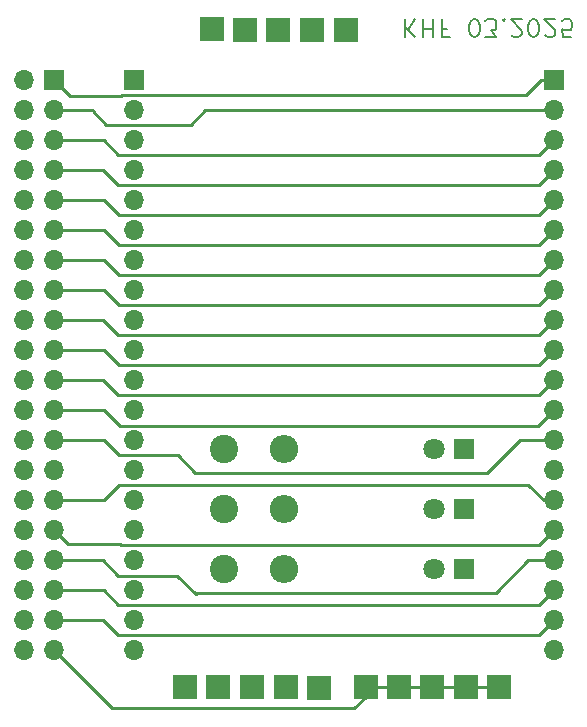
<source format=gbr>
%TF.GenerationSoftware,KiCad,Pcbnew,7.0.8*%
%TF.CreationDate,2025-03-02T05:57:02+01:00*%
%TF.ProjectId,Raspi-Connector,52617370-692d-4436-9f6e-6e6563746f72,rev?*%
%TF.SameCoordinates,Original*%
%TF.FileFunction,Copper,L2,Bot*%
%TF.FilePolarity,Positive*%
%FSLAX46Y46*%
G04 Gerber Fmt 4.6, Leading zero omitted, Abs format (unit mm)*
G04 Created by KiCad (PCBNEW 7.0.8) date 2025-03-02 05:57:02*
%MOMM*%
%LPD*%
G01*
G04 APERTURE LIST*
%ADD10C,0.150000*%
%TA.AperFunction,NonConductor*%
%ADD11C,0.150000*%
%TD*%
%TA.AperFunction,ComponentPad*%
%ADD12R,1.700000X1.700000*%
%TD*%
%TA.AperFunction,ComponentPad*%
%ADD13O,1.700000X1.700000*%
%TD*%
%TA.AperFunction,ComponentPad*%
%ADD14R,2.000000X2.000000*%
%TD*%
%TA.AperFunction,ComponentPad*%
%ADD15R,1.800000X1.800000*%
%TD*%
%TA.AperFunction,ComponentPad*%
%ADD16C,1.800000*%
%TD*%
%TA.AperFunction,ComponentPad*%
%ADD17C,2.400000*%
%TD*%
%TA.AperFunction,ComponentPad*%
%ADD18O,2.400000X2.400000*%
%TD*%
%TA.AperFunction,Conductor*%
%ADD19C,0.250000*%
%TD*%
G04 APERTURE END LIST*
D10*
D11*
X155827826Y-73135371D02*
X155827826Y-74635371D01*
X156684969Y-73135371D02*
X156042112Y-73992514D01*
X156684969Y-74635371D02*
X155827826Y-73778228D01*
X157327826Y-73135371D02*
X157327826Y-74635371D01*
X157327826Y-73921085D02*
X158184969Y-73921085D01*
X158184969Y-73135371D02*
X158184969Y-74635371D01*
X159399255Y-73921085D02*
X158899255Y-73921085D01*
X158899255Y-73135371D02*
X158899255Y-74635371D01*
X158899255Y-74635371D02*
X159613541Y-74635371D01*
X161613541Y-74635371D02*
X161756398Y-74635371D01*
X161756398Y-74635371D02*
X161899255Y-74563942D01*
X161899255Y-74563942D02*
X161970684Y-74492514D01*
X161970684Y-74492514D02*
X162042112Y-74349657D01*
X162042112Y-74349657D02*
X162113541Y-74063942D01*
X162113541Y-74063942D02*
X162113541Y-73706800D01*
X162113541Y-73706800D02*
X162042112Y-73421085D01*
X162042112Y-73421085D02*
X161970684Y-73278228D01*
X161970684Y-73278228D02*
X161899255Y-73206800D01*
X161899255Y-73206800D02*
X161756398Y-73135371D01*
X161756398Y-73135371D02*
X161613541Y-73135371D01*
X161613541Y-73135371D02*
X161470684Y-73206800D01*
X161470684Y-73206800D02*
X161399255Y-73278228D01*
X161399255Y-73278228D02*
X161327826Y-73421085D01*
X161327826Y-73421085D02*
X161256398Y-73706800D01*
X161256398Y-73706800D02*
X161256398Y-74063942D01*
X161256398Y-74063942D02*
X161327826Y-74349657D01*
X161327826Y-74349657D02*
X161399255Y-74492514D01*
X161399255Y-74492514D02*
X161470684Y-74563942D01*
X161470684Y-74563942D02*
X161613541Y-74635371D01*
X162613540Y-74635371D02*
X163542112Y-74635371D01*
X163542112Y-74635371D02*
X163042112Y-74063942D01*
X163042112Y-74063942D02*
X163256397Y-74063942D01*
X163256397Y-74063942D02*
X163399255Y-73992514D01*
X163399255Y-73992514D02*
X163470683Y-73921085D01*
X163470683Y-73921085D02*
X163542112Y-73778228D01*
X163542112Y-73778228D02*
X163542112Y-73421085D01*
X163542112Y-73421085D02*
X163470683Y-73278228D01*
X163470683Y-73278228D02*
X163399255Y-73206800D01*
X163399255Y-73206800D02*
X163256397Y-73135371D01*
X163256397Y-73135371D02*
X162827826Y-73135371D01*
X162827826Y-73135371D02*
X162684969Y-73206800D01*
X162684969Y-73206800D02*
X162613540Y-73278228D01*
X164184968Y-73278228D02*
X164256397Y-73206800D01*
X164256397Y-73206800D02*
X164184968Y-73135371D01*
X164184968Y-73135371D02*
X164113540Y-73206800D01*
X164113540Y-73206800D02*
X164184968Y-73278228D01*
X164184968Y-73278228D02*
X164184968Y-73135371D01*
X164827826Y-74492514D02*
X164899254Y-74563942D01*
X164899254Y-74563942D02*
X165042112Y-74635371D01*
X165042112Y-74635371D02*
X165399254Y-74635371D01*
X165399254Y-74635371D02*
X165542112Y-74563942D01*
X165542112Y-74563942D02*
X165613540Y-74492514D01*
X165613540Y-74492514D02*
X165684969Y-74349657D01*
X165684969Y-74349657D02*
X165684969Y-74206800D01*
X165684969Y-74206800D02*
X165613540Y-73992514D01*
X165613540Y-73992514D02*
X164756397Y-73135371D01*
X164756397Y-73135371D02*
X165684969Y-73135371D01*
X166613540Y-74635371D02*
X166756397Y-74635371D01*
X166756397Y-74635371D02*
X166899254Y-74563942D01*
X166899254Y-74563942D02*
X166970683Y-74492514D01*
X166970683Y-74492514D02*
X167042111Y-74349657D01*
X167042111Y-74349657D02*
X167113540Y-74063942D01*
X167113540Y-74063942D02*
X167113540Y-73706800D01*
X167113540Y-73706800D02*
X167042111Y-73421085D01*
X167042111Y-73421085D02*
X166970683Y-73278228D01*
X166970683Y-73278228D02*
X166899254Y-73206800D01*
X166899254Y-73206800D02*
X166756397Y-73135371D01*
X166756397Y-73135371D02*
X166613540Y-73135371D01*
X166613540Y-73135371D02*
X166470683Y-73206800D01*
X166470683Y-73206800D02*
X166399254Y-73278228D01*
X166399254Y-73278228D02*
X166327825Y-73421085D01*
X166327825Y-73421085D02*
X166256397Y-73706800D01*
X166256397Y-73706800D02*
X166256397Y-74063942D01*
X166256397Y-74063942D02*
X166327825Y-74349657D01*
X166327825Y-74349657D02*
X166399254Y-74492514D01*
X166399254Y-74492514D02*
X166470683Y-74563942D01*
X166470683Y-74563942D02*
X166613540Y-74635371D01*
X167684968Y-74492514D02*
X167756396Y-74563942D01*
X167756396Y-74563942D02*
X167899254Y-74635371D01*
X167899254Y-74635371D02*
X168256396Y-74635371D01*
X168256396Y-74635371D02*
X168399254Y-74563942D01*
X168399254Y-74563942D02*
X168470682Y-74492514D01*
X168470682Y-74492514D02*
X168542111Y-74349657D01*
X168542111Y-74349657D02*
X168542111Y-74206800D01*
X168542111Y-74206800D02*
X168470682Y-73992514D01*
X168470682Y-73992514D02*
X167613539Y-73135371D01*
X167613539Y-73135371D02*
X168542111Y-73135371D01*
X169899253Y-74635371D02*
X169184967Y-74635371D01*
X169184967Y-74635371D02*
X169113539Y-73921085D01*
X169113539Y-73921085D02*
X169184967Y-73992514D01*
X169184967Y-73992514D02*
X169327825Y-74063942D01*
X169327825Y-74063942D02*
X169684967Y-74063942D01*
X169684967Y-74063942D02*
X169827825Y-73992514D01*
X169827825Y-73992514D02*
X169899253Y-73921085D01*
X169899253Y-73921085D02*
X169970682Y-73778228D01*
X169970682Y-73778228D02*
X169970682Y-73421085D01*
X169970682Y-73421085D02*
X169899253Y-73278228D01*
X169899253Y-73278228D02*
X169827825Y-73206800D01*
X169827825Y-73206800D02*
X169684967Y-73135371D01*
X169684967Y-73135371D02*
X169327825Y-73135371D01*
X169327825Y-73135371D02*
X169184967Y-73206800D01*
X169184967Y-73206800D02*
X169113539Y-73278228D01*
D12*
%TO.P,J8,1,Pin_1*%
%TO.N,Net-(D1-K)*%
X132842000Y-78279000D03*
D13*
%TO.P,J8,2,Pin_2*%
%TO.N,Net-(J2-Pin_4)*%
X132842000Y-80819000D03*
%TO.P,J8,3,Pin_3*%
%TO.N,Net-(J2-Pin_6)*%
X132842000Y-83359000D03*
%TO.P,J8,4,Pin_4*%
%TO.N,Net-(J2-Pin_8)*%
X132842000Y-85899000D03*
%TO.P,J8,5,Pin_5*%
%TO.N,Net-(J2-Pin_10)*%
X132842000Y-88439000D03*
%TO.P,J8,6,Pin_6*%
%TO.N,Net-(J2-Pin_12)*%
X132842000Y-90979000D03*
%TO.P,J8,7,Pin_7*%
%TO.N,Net-(J2-Pin_14)*%
X132842000Y-93519000D03*
%TO.P,J8,8,Pin_8*%
%TO.N,Net-(J2-Pin_16)*%
X132842000Y-96059000D03*
%TO.P,J8,9,Pin_9*%
%TO.N,Net-(J2-Pin_18)*%
X132842000Y-98599000D03*
%TO.P,J8,10,Pin_10*%
%TO.N,Net-(J2-Pin_20)*%
X132842000Y-101139000D03*
%TO.P,J8,11,Pin_11*%
%TO.N,Net-(J2-Pin_22)*%
X132842000Y-103679000D03*
%TO.P,J8,12,Pin_12*%
%TO.N,Net-(J2-Pin_24)*%
X132842000Y-106219000D03*
%TO.P,J8,13,Pin_13*%
%TO.N,Net-(J2-Pin_26)*%
X132842000Y-108759000D03*
%TO.P,J8,14,Pin_14*%
%TO.N,Net-(J2-Pin_28)*%
X132842000Y-111299000D03*
%TO.P,J8,15,Pin_15*%
%TO.N,Net-(J2-Pin_30)*%
X132842000Y-113839000D03*
%TO.P,J8,16,Pin_16*%
%TO.N,Net-(J2-Pin_32)*%
X132842000Y-116379000D03*
%TO.P,J8,17,Pin_17*%
%TO.N,Net-(J2-Pin_34)*%
X132842000Y-118919000D03*
%TO.P,J8,18,Pin_18*%
%TO.N,Net-(J2-Pin_36)*%
X132842000Y-121459000D03*
%TO.P,J8,19,Pin_19*%
%TO.N,Net-(J2-Pin_38)*%
X132842000Y-123999000D03*
%TO.P,J8,20,Pin_20*%
%TO.N,Net-(J2-Pin_39)*%
X132842000Y-126539000D03*
%TD*%
D12*
%TO.P,J2,1,Pin_1*%
%TO.N,Net-(J2-Pin_1)*%
X126087000Y-78279000D03*
D13*
%TO.P,J2,2,Pin_2*%
%TO.N,Net-(D1-K)*%
X123547000Y-78279000D03*
%TO.P,J2,3,Pin_3*%
%TO.N,Net-(J2-Pin_3)*%
X126087000Y-80819000D03*
%TO.P,J2,4,Pin_4*%
%TO.N,Net-(J2-Pin_4)*%
X123547000Y-80819000D03*
%TO.P,J2,5,Pin_5*%
%TO.N,Net-(J2-Pin_5)*%
X126087000Y-83359000D03*
%TO.P,J2,6,Pin_6*%
%TO.N,Net-(J2-Pin_6)*%
X123547000Y-83359000D03*
%TO.P,J2,7,Pin_7*%
%TO.N,Net-(J2-Pin_7)*%
X126087000Y-85899000D03*
%TO.P,J2,8,Pin_8*%
%TO.N,Net-(J2-Pin_8)*%
X123547000Y-85899000D03*
%TO.P,J2,9,Pin_9*%
%TO.N,Net-(J2-Pin_9)*%
X126087000Y-88439000D03*
%TO.P,J2,10,Pin_10*%
%TO.N,Net-(J2-Pin_10)*%
X123547000Y-88439000D03*
%TO.P,J2,11,Pin_11*%
%TO.N,Net-(J2-Pin_11)*%
X126087000Y-90979000D03*
%TO.P,J2,12,Pin_12*%
%TO.N,Net-(J2-Pin_12)*%
X123547000Y-90979000D03*
%TO.P,J2,13,Pin_13*%
%TO.N,Net-(J2-Pin_13)*%
X126087000Y-93519000D03*
%TO.P,J2,14,Pin_14*%
%TO.N,Net-(J2-Pin_14)*%
X123547000Y-93519000D03*
%TO.P,J2,15,Pin_15*%
%TO.N,Net-(J2-Pin_15)*%
X126087000Y-96059000D03*
%TO.P,J2,16,Pin_16*%
%TO.N,Net-(J2-Pin_16)*%
X123547000Y-96059000D03*
%TO.P,J2,17,Pin_17*%
%TO.N,Net-(J2-Pin_17)*%
X126087000Y-98599000D03*
%TO.P,J2,18,Pin_18*%
%TO.N,Net-(J2-Pin_18)*%
X123547000Y-98599000D03*
%TO.P,J2,19,Pin_19*%
%TO.N,Net-(J2-Pin_19)*%
X126087000Y-101139000D03*
%TO.P,J2,20,Pin_20*%
%TO.N,Net-(J2-Pin_20)*%
X123547000Y-101139000D03*
%TO.P,J2,21,Pin_21*%
%TO.N,Net-(J2-Pin_21)*%
X126087000Y-103679000D03*
%TO.P,J2,22,Pin_22*%
%TO.N,Net-(J2-Pin_22)*%
X123547000Y-103679000D03*
%TO.P,J2,23,Pin_23*%
%TO.N,Net-(J2-Pin_23)*%
X126087000Y-106219000D03*
%TO.P,J2,24,Pin_24*%
%TO.N,Net-(J2-Pin_24)*%
X123547000Y-106219000D03*
%TO.P,J2,25,Pin_25*%
%TO.N,Net-(J2-Pin_25)*%
X126087000Y-108759000D03*
%TO.P,J2,26,Pin_26*%
%TO.N,Net-(J2-Pin_26)*%
X123547000Y-108759000D03*
%TO.P,J2,27,Pin_27*%
%TO.N,Net-(J2-Pin_27)*%
X126087000Y-111299000D03*
%TO.P,J2,28,Pin_28*%
%TO.N,Net-(J2-Pin_28)*%
X123547000Y-111299000D03*
%TO.P,J2,29,Pin_29*%
%TO.N,Net-(J2-Pin_29)*%
X126087000Y-113839000D03*
%TO.P,J2,30,Pin_30*%
%TO.N,Net-(J2-Pin_30)*%
X123547000Y-113839000D03*
%TO.P,J2,31,Pin_31*%
%TO.N,Net-(J2-Pin_31)*%
X126087000Y-116379000D03*
%TO.P,J2,32,Pin_32*%
%TO.N,Net-(J2-Pin_32)*%
X123547000Y-116379000D03*
%TO.P,J2,33,Pin_33*%
%TO.N,Net-(J2-Pin_33)*%
X126087000Y-118919000D03*
%TO.P,J2,34,Pin_34*%
%TO.N,Net-(J2-Pin_34)*%
X123547000Y-118919000D03*
%TO.P,J2,35,Pin_35*%
%TO.N,Net-(J2-Pin_35)*%
X126087000Y-121459000D03*
%TO.P,J2,36,Pin_36*%
%TO.N,Net-(J2-Pin_36)*%
X123547000Y-121459000D03*
%TO.P,J2,37,Pin_37*%
%TO.N,Net-(J2-Pin_37)*%
X126087000Y-123999000D03*
%TO.P,J2,38,Pin_38*%
%TO.N,Net-(J2-Pin_38)*%
X123547000Y-123999000D03*
%TO.P,J2,39,Pin_40*%
%TO.N,Net-(J2-Pin_39)*%
X123547000Y-126539000D03*
%TO.P,J2,40,Pin_39*%
%TO.N,Net-(J2-Pin_40)*%
X126087000Y-126539000D03*
%TD*%
D14*
%TO.P,LP,1*%
%TO.N,Net-(J2-Pin_40)*%
X155262000Y-129664000D03*
%TD*%
%TO.P,LP,1*%
%TO.N,Net-(J2-Pin_39)*%
X139982000Y-129684000D03*
%TD*%
%TO.P,LP,1*%
%TO.N,Net-(J2-Pin_40)*%
X163802000Y-129684000D03*
%TD*%
%TO.P,LP,1*%
%TO.N,Net-(D1-K)*%
X139454500Y-73974000D03*
%TD*%
%TO.P,LP,1*%
%TO.N,Net-(D1-K)*%
X147964500Y-74004000D03*
%TD*%
%TO.P,LP,1*%
%TO.N,Net-(D1-K)*%
X150774500Y-74024000D03*
%TD*%
%TO.P,LP,1*%
%TO.N,Net-(J2-Pin_39)*%
X145712000Y-129684000D03*
%TD*%
%TO.P,LP,1*%
%TO.N,Net-(J2-Pin_39)*%
X148522000Y-129704000D03*
%TD*%
%TO.P,LP,1*%
%TO.N,Net-(D1-K)*%
X142234500Y-74004000D03*
%TD*%
%TO.P,LP,1*%
%TO.N,Net-(J2-Pin_39)*%
X142812000Y-129684000D03*
%TD*%
%TO.P,LP,1*%
%TO.N,Net-(J2-Pin_40)*%
X160992000Y-129664000D03*
%TD*%
%TO.P,LP,1*%
%TO.N,Net-(J2-Pin_39)*%
X137202000Y-129654000D03*
%TD*%
%TO.P,LP,1*%
%TO.N,Net-(J2-Pin_40)*%
X158092000Y-129664000D03*
%TD*%
%TO.P,LP,1*%
%TO.N,Net-(D1-K)*%
X145064500Y-74004000D03*
%TD*%
D12*
%TO.P,J7,1,Pin_1*%
%TO.N,Net-(J2-Pin_1)*%
X168402000Y-78279000D03*
D13*
%TO.P,J7,2,Pin_2*%
%TO.N,Net-(J2-Pin_3)*%
X168402000Y-80819000D03*
%TO.P,J7,3,Pin_3*%
%TO.N,Net-(J2-Pin_5)*%
X168402000Y-83359000D03*
%TO.P,J7,4,Pin_4*%
%TO.N,Net-(J2-Pin_7)*%
X168402000Y-85899000D03*
%TO.P,J7,5,Pin_5*%
%TO.N,Net-(J2-Pin_9)*%
X168402000Y-88439000D03*
%TO.P,J7,6,Pin_6*%
%TO.N,Net-(J2-Pin_11)*%
X168402000Y-90979000D03*
%TO.P,J7,7,Pin_7*%
%TO.N,Net-(J2-Pin_13)*%
X168402000Y-93519000D03*
%TO.P,J7,8,Pin_8*%
%TO.N,Net-(J2-Pin_15)*%
X168402000Y-96059000D03*
%TO.P,J7,9,Pin_9*%
%TO.N,Net-(J2-Pin_17)*%
X168402000Y-98599000D03*
%TO.P,J7,10,Pin_10*%
%TO.N,Net-(J2-Pin_19)*%
X168402000Y-101139000D03*
%TO.P,J7,11,Pin_11*%
%TO.N,Net-(J2-Pin_21)*%
X168402000Y-103679000D03*
%TO.P,J7,12,Pin_12*%
%TO.N,Net-(J2-Pin_23)*%
X168402000Y-106219000D03*
%TO.P,J7,13,Pin_13*%
%TO.N,Net-(J2-Pin_25)*%
X168402000Y-108759000D03*
%TO.P,J7,14,Pin_14*%
%TO.N,Net-(J2-Pin_27)*%
X168402000Y-111299000D03*
%TO.P,J7,15,Pin_15*%
%TO.N,Net-(J2-Pin_29)*%
X168402000Y-113839000D03*
%TO.P,J7,16,Pin_16*%
%TO.N,Net-(J2-Pin_31)*%
X168402000Y-116379000D03*
%TO.P,J7,17,Pin_17*%
%TO.N,Net-(J2-Pin_33)*%
X168402000Y-118919000D03*
%TO.P,J7,18,Pin_18*%
%TO.N,Net-(J2-Pin_35)*%
X168402000Y-121459000D03*
%TO.P,J7,19,Pin_19*%
%TO.N,Net-(J2-Pin_37)*%
X168402000Y-123999000D03*
%TO.P,J7,20,Pin_20*%
%TO.N,Net-(J2-Pin_39)*%
X168402000Y-126539000D03*
%TD*%
D14*
%TO.P,LP,1*%
%TO.N,Net-(J2-Pin_40)*%
X152482000Y-129634000D03*
%TD*%
D15*
%TO.P,D2,1,K*%
%TO.N,Net-(D1-K)*%
X160782000Y-114554000D03*
D16*
%TO.P,D2,2,A*%
%TO.N,Net-(D2-A)*%
X158242000Y-114554000D03*
%TD*%
D17*
%TO.P,17,1*%
%TO.N,Net-(J2-Pin_28)*%
X140462000Y-114554000D03*
D18*
%TO.P,17,2*%
%TO.N,Net-(D2-A)*%
X145542000Y-114554000D03*
%TD*%
D17*
%TO.P,22,1*%
%TO.N,Net-(J2-Pin_26)*%
X140462000Y-109474000D03*
D18*
%TO.P,22,2*%
%TO.N,Net-(D1-A)*%
X145542000Y-109474000D03*
%TD*%
D15*
%TO.P,D1,1,K*%
%TO.N,Net-(D1-K)*%
X160782000Y-109474000D03*
D16*
%TO.P,D1,2,A*%
%TO.N,Net-(D1-A)*%
X158242000Y-109474000D03*
%TD*%
D17*
%TO.P,27,1*%
%TO.N,Net-(J2-Pin_30)*%
X140462000Y-119634000D03*
D18*
%TO.P,27,2*%
%TO.N,Net-(D3-A)*%
X145542000Y-119634000D03*
%TD*%
D15*
%TO.P,D3,1,K*%
%TO.N,Net-(D1-K)*%
X160782000Y-119634000D03*
D16*
%TO.P,D3,2,A*%
%TO.N,Net-(D3-A)*%
X158242000Y-119634000D03*
%TD*%
D19*
%TO.N,Net-(J2-Pin_1)*%
X131767344Y-79648656D02*
X131852000Y-79564000D01*
X167317000Y-78279000D02*
X168402000Y-78279000D01*
X131852000Y-79564000D02*
X166032000Y-79564000D01*
X126087000Y-78279000D02*
X127456656Y-79648656D01*
X127456656Y-79648656D02*
X131767344Y-79648656D01*
X166032000Y-79564000D02*
X167317000Y-78279000D01*
%TO.N,Net-(J2-Pin_3)*%
X130522000Y-82034000D02*
X137687000Y-82034000D01*
X138902000Y-80819000D02*
X168402000Y-80819000D01*
X129397000Y-80909000D02*
X130522000Y-82034000D01*
X126087000Y-80819000D02*
X129397000Y-80819000D01*
X137687000Y-82034000D02*
X138902000Y-80819000D01*
X129397000Y-80819000D02*
X129397000Y-80909000D01*
%TO.N,Net-(J2-Pin_5)*%
X126087000Y-83359000D02*
X130287000Y-83359000D01*
X167147000Y-84614000D02*
X168402000Y-83359000D01*
X130287000Y-83359000D02*
X131542000Y-84614000D01*
X131542000Y-84614000D02*
X167147000Y-84614000D01*
%TO.N,Net-(J2-Pin_7)*%
X131532000Y-87174000D02*
X167127000Y-87174000D01*
X126087000Y-85899000D02*
X130257000Y-85899000D01*
X167127000Y-87174000D02*
X168402000Y-85899000D01*
X130257000Y-85899000D02*
X131532000Y-87174000D01*
%TO.N,Net-(J2-Pin_9)*%
X126087000Y-88439000D02*
X130317000Y-88439000D01*
X167167000Y-89674000D02*
X168402000Y-88439000D01*
X130317000Y-88439000D02*
X131552000Y-89674000D01*
X131552000Y-89674000D02*
X167167000Y-89674000D01*
%TO.N,Net-(J2-Pin_11)*%
X126087000Y-90979000D02*
X130297000Y-90979000D01*
X131552000Y-92234000D02*
X167147000Y-92234000D01*
X167147000Y-92234000D02*
X168402000Y-90979000D01*
X130297000Y-90979000D02*
X131552000Y-92234000D01*
%TO.N,Net-(J2-Pin_13)*%
X167127000Y-94794000D02*
X168402000Y-93519000D01*
X126087000Y-93519000D02*
X130287000Y-93519000D01*
X130287000Y-93519000D02*
X131562000Y-94794000D01*
X131562000Y-94794000D02*
X167127000Y-94794000D01*
%TO.N,Net-(J2-Pin_15)*%
X126087000Y-96059000D02*
X130327000Y-96059000D01*
X130327000Y-96059000D02*
X131602000Y-97334000D01*
X167127000Y-97334000D02*
X168402000Y-96059000D01*
X131602000Y-97334000D02*
X167127000Y-97334000D01*
%TO.N,Net-(J2-Pin_17)*%
X126087000Y-98599000D02*
X130267000Y-98599000D01*
X131542000Y-99874000D02*
X167127000Y-99874000D01*
X167127000Y-99874000D02*
X168402000Y-98599000D01*
X130267000Y-98599000D02*
X131542000Y-99874000D01*
%TO.N,Net-(J2-Pin_19)*%
X131552000Y-102394000D02*
X167147000Y-102394000D01*
X167147000Y-102394000D02*
X168402000Y-101139000D01*
X130297000Y-101139000D02*
X131552000Y-102394000D01*
X126087000Y-101139000D02*
X130297000Y-101139000D01*
%TO.N,Net-(J2-Pin_21)*%
X126087000Y-103679000D02*
X130247000Y-103679000D01*
X131522000Y-104954000D02*
X167127000Y-104954000D01*
X130247000Y-103679000D02*
X131522000Y-104954000D01*
X167127000Y-104954000D02*
X168402000Y-103679000D01*
%TO.N,Net-(J2-Pin_23)*%
X131646656Y-107588656D02*
X167032344Y-107588656D01*
X126087000Y-106219000D02*
X130277000Y-106219000D01*
X130277000Y-106219000D02*
X131646656Y-107588656D01*
X167032344Y-107588656D02*
X168402000Y-106219000D01*
%TO.N,Net-(J2-Pin_25)*%
X138052000Y-111504000D02*
X162772000Y-111504000D01*
X126087000Y-108759000D02*
X130317000Y-108759000D01*
X165517000Y-108759000D02*
X168402000Y-108759000D01*
X131572000Y-110014000D02*
X136562000Y-110014000D01*
X130317000Y-108759000D02*
X131572000Y-110014000D01*
X136562000Y-110014000D02*
X138052000Y-111504000D01*
X162772000Y-111504000D02*
X165517000Y-108759000D01*
%TO.N,Net-(J2-Pin_29)*%
X131592000Y-112544000D02*
X166252000Y-112544000D01*
X166252000Y-112544000D02*
X167547000Y-113839000D01*
X130297000Y-113839000D02*
X131592000Y-112544000D01*
X126087000Y-113839000D02*
X130297000Y-113839000D01*
X167547000Y-113839000D02*
X168402000Y-113839000D01*
%TO.N,Net-(J2-Pin_31)*%
X131687344Y-117549344D02*
X131792000Y-117654000D01*
X131792000Y-117654000D02*
X167127000Y-117654000D01*
X127257344Y-117549344D02*
X131687344Y-117549344D01*
X167127000Y-117654000D02*
X168402000Y-116379000D01*
X126087000Y-116379000D02*
X127257344Y-117549344D01*
%TO.N,Net-(J2-Pin_33)*%
X126087000Y-118919000D02*
X130227000Y-118919000D01*
X138112000Y-121824000D02*
X138242000Y-121694000D01*
X163482000Y-121694000D02*
X166257000Y-118919000D01*
X166257000Y-118919000D02*
X168402000Y-118919000D01*
X136512000Y-120224000D02*
X138112000Y-121824000D01*
X131532000Y-120224000D02*
X136512000Y-120224000D01*
X130227000Y-118919000D02*
X131532000Y-120224000D01*
X138242000Y-121694000D02*
X163482000Y-121694000D01*
%TO.N,Net-(J2-Pin_35)*%
X130277000Y-121459000D02*
X130277000Y-121469000D01*
X131532000Y-122724000D02*
X167137000Y-122724000D01*
X167137000Y-122724000D02*
X168402000Y-121459000D01*
X130277000Y-121469000D02*
X131532000Y-122724000D01*
X126087000Y-121459000D02*
X130277000Y-121459000D01*
%TO.N,Net-(J2-Pin_37)*%
X126087000Y-123999000D02*
X130227000Y-123999000D01*
X130227000Y-123999000D02*
X131512000Y-125284000D01*
X167117000Y-125284000D02*
X168402000Y-123999000D01*
X131512000Y-125284000D02*
X167117000Y-125284000D01*
%TO.N,Net-(J2-Pin_40)*%
X126087000Y-126539000D02*
X131002000Y-131454000D01*
X155262000Y-129664000D02*
X158092000Y-129664000D01*
X152482000Y-129634000D02*
X155232000Y-129634000D01*
X151522000Y-131454000D02*
X152482000Y-130494000D01*
X152482000Y-130494000D02*
X152482000Y-129634000D01*
X163782000Y-129664000D02*
X163802000Y-129684000D01*
X155232000Y-129634000D02*
X155262000Y-129664000D01*
X131002000Y-131454000D02*
X151522000Y-131454000D01*
X158092000Y-129664000D02*
X160992000Y-129664000D01*
X160992000Y-129664000D02*
X163782000Y-129664000D01*
%TD*%
M02*

</source>
